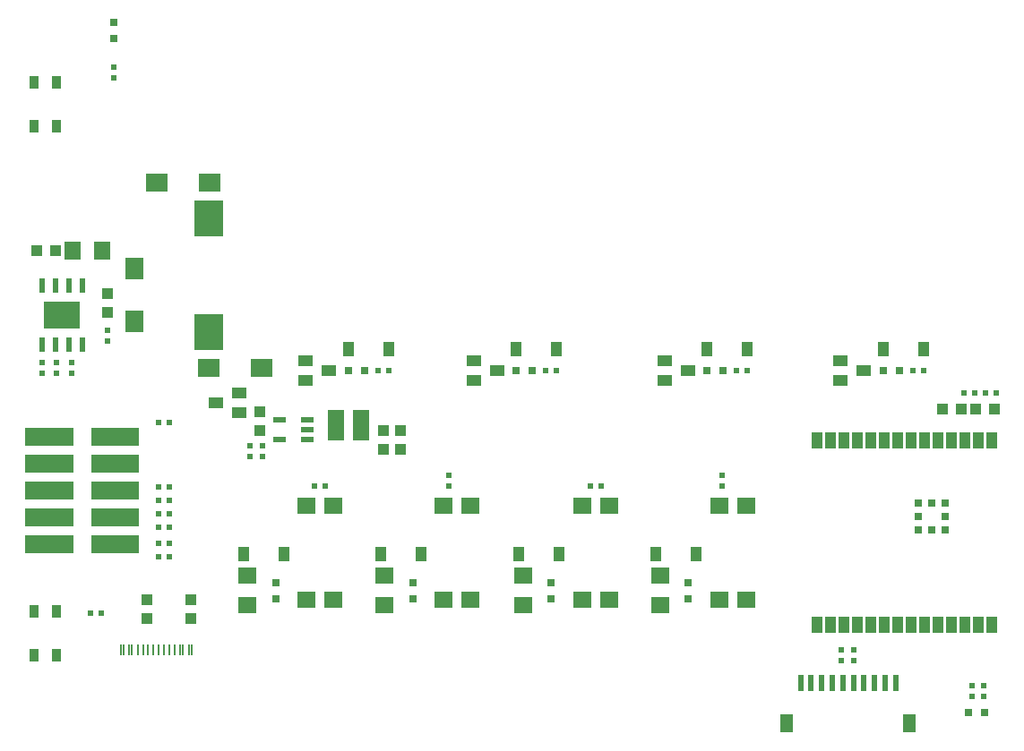
<source format=gbr>
G04 #@! TF.GenerationSoftware,KiCad,Pcbnew,5.1.0-rc2-unknown-036be7d~80~ubuntu16.04.1*
G04 #@! TF.CreationDate,2023-03-31T11:14:17+03:00*
G04 #@! TF.ProjectId,ESP32-C6-EVB_Rev_A,45535033-322d-4433-962d-4556425f5265,A*
G04 #@! TF.SameCoordinates,Original*
G04 #@! TF.FileFunction,Paste,Top*
G04 #@! TF.FilePolarity,Positive*
%FSLAX46Y46*%
G04 Gerber Fmt 4.6, Leading zero omitted, Abs format (unit mm)*
G04 Created by KiCad (PCBNEW 5.1.0-rc2-unknown-036be7d~80~ubuntu16.04.1) date 2023-03-31 11:14:17*
%MOMM*%
%LPD*%
G04 APERTURE LIST*
%ADD10R,0.800000X0.800000*%
%ADD11R,1.001600X1.601600*%
%ADD12R,1.200000X1.800000*%
%ADD13R,0.500000X1.550000*%
%ADD14R,0.500000X0.550000*%
%ADD15R,1.778000X1.524000*%
%ADD16R,1.016000X1.016000*%
%ADD17R,0.904000X1.304000*%
%ADD18R,0.550000X0.500000*%
%ADD19R,2.000000X1.700000*%
%ADD20R,1.000000X1.400000*%
%ADD21R,1.700000X2.000000*%
%ADD22R,1.400000X1.000000*%
%ADD23R,2.700000X3.400000*%
%ADD24R,1.600000X3.000000*%
%ADD25R,1.524000X1.778000*%
%ADD26R,3.500000X2.600000*%
%ADD27R,0.600000X1.400000*%
%ADD28R,1.200000X0.550000*%
%ADD29C,1.700000*%
%ADD30C,0.100000*%
%ADD31R,0.280000X1.130000*%
%ADD32R,0.230000X1.130000*%
G04 APERTURE END LIST*
D10*
X175040000Y-105250000D03*
X177540000Y-105250000D03*
X175040000Y-102750000D03*
X177540000Y-104000000D03*
D11*
X182010000Y-96750000D03*
X180740000Y-96750000D03*
X179470000Y-96750000D03*
X178200000Y-96750000D03*
X176930000Y-96750000D03*
X175660000Y-96750000D03*
X174390000Y-96750000D03*
X173120000Y-96750000D03*
X171850000Y-96750000D03*
X170580000Y-96750000D03*
X169310000Y-96750000D03*
X168040000Y-96750000D03*
X166770000Y-96750000D03*
X165500000Y-96750000D03*
X165500000Y-114250000D03*
X166770000Y-114250000D03*
X168040000Y-114250000D03*
X169310000Y-114250000D03*
X170580000Y-114250000D03*
X171850000Y-114250000D03*
X173120000Y-114250000D03*
X174390000Y-114250000D03*
X175660000Y-114250000D03*
X176930000Y-114250000D03*
X178200000Y-114250000D03*
X179470000Y-114250000D03*
X180740000Y-114250000D03*
X182010000Y-114250000D03*
D10*
X177540000Y-102750000D03*
X175040000Y-104000000D03*
X176290000Y-102750000D03*
X176290000Y-105250000D03*
D12*
X174200000Y-123575000D03*
X162600000Y-123575000D03*
D13*
X172900000Y-119700000D03*
X171900000Y-119700000D03*
X170900000Y-119700000D03*
X169900000Y-119700000D03*
X168900000Y-119700000D03*
X167900000Y-119700000D03*
X166900000Y-119700000D03*
X165900000Y-119700000D03*
X164900000Y-119700000D03*
X163900000Y-119700000D03*
D14*
X144018000Y-101092000D03*
X145034000Y-101092000D03*
D15*
X117221000Y-111887000D03*
X119761000Y-111887000D03*
X119761000Y-102997000D03*
X117221000Y-102997000D03*
D16*
X126111000Y-95885000D03*
X126111000Y-97663000D03*
X124460000Y-97663000D03*
X124460000Y-95885000D03*
D17*
X93575000Y-112925000D03*
X93575000Y-117075000D03*
X91425000Y-112925000D03*
X91425000Y-117075000D03*
D16*
X91694000Y-78867000D03*
X93472000Y-78867000D03*
X112776000Y-94107000D03*
X112776000Y-95885000D03*
X98425000Y-84709000D03*
X98425000Y-82931000D03*
D18*
X93599000Y-90424000D03*
X93599000Y-89408000D03*
D16*
X180467000Y-93853000D03*
X182245000Y-93853000D03*
D14*
X181356000Y-92329000D03*
X182372000Y-92329000D03*
D16*
X179070000Y-93853000D03*
X177292000Y-93853000D03*
D19*
X108037000Y-72390000D03*
X103037000Y-72390000D03*
D20*
X111257000Y-107569000D03*
X115057000Y-107569000D03*
X124211000Y-107569000D03*
X128011000Y-107569000D03*
X141092000Y-107569000D03*
X137292000Y-107569000D03*
X150246000Y-107569000D03*
X154046000Y-107569000D03*
D21*
X100965000Y-85558000D03*
X100965000Y-80558000D03*
D19*
X112990000Y-89916000D03*
X107990000Y-89916000D03*
D20*
X121163000Y-88138000D03*
X124963000Y-88138000D03*
X137038000Y-88138000D03*
X140838000Y-88138000D03*
X158872000Y-88138000D03*
X155072000Y-88138000D03*
X171709000Y-88138000D03*
X175509000Y-88138000D03*
D22*
X110835440Y-94167960D03*
X110835440Y-92265500D03*
X108625640Y-93220540D03*
D23*
X107950000Y-75803000D03*
X107950000Y-86503000D03*
D24*
X122358000Y-95377000D03*
X119958000Y-95377000D03*
D10*
X114300000Y-111760000D03*
X114300000Y-110236000D03*
X127254000Y-111760000D03*
X127254000Y-110236000D03*
X140335000Y-110236000D03*
X140335000Y-111760000D03*
X153289000Y-111760000D03*
X153289000Y-110236000D03*
X121158000Y-90170000D03*
X122682000Y-90170000D03*
X138557000Y-90170000D03*
X137033000Y-90170000D03*
X156591000Y-90170000D03*
X155067000Y-90170000D03*
X173228000Y-90170000D03*
X171704000Y-90170000D03*
D15*
X130175000Y-102997000D03*
X132715000Y-102997000D03*
X132715000Y-111887000D03*
X130175000Y-111887000D03*
X143256000Y-111887000D03*
X145796000Y-111887000D03*
X145796000Y-102997000D03*
X143256000Y-102997000D03*
X156210000Y-102997000D03*
X158750000Y-102997000D03*
X158750000Y-111887000D03*
X156210000Y-111887000D03*
D10*
X99000000Y-58762000D03*
X99000000Y-57238000D03*
D16*
X106299000Y-111887000D03*
X106299000Y-113665000D03*
X102108000Y-111887000D03*
X102108000Y-113665000D03*
D18*
X99000000Y-61492000D03*
X99000000Y-62508000D03*
D25*
X97917000Y-78867000D03*
X95123000Y-78867000D03*
D15*
X111633000Y-109601000D03*
X111633000Y-112395000D03*
X124587000Y-112395000D03*
X124587000Y-109601000D03*
X137668000Y-109601000D03*
X137668000Y-112395000D03*
X150622000Y-112395000D03*
X150622000Y-109601000D03*
D14*
X104267000Y-107823000D03*
X103251000Y-107823000D03*
X103251000Y-103759000D03*
X104267000Y-103759000D03*
X104267000Y-101219000D03*
X103251000Y-101219000D03*
D18*
X98425000Y-86360000D03*
X98425000Y-87376000D03*
X92202000Y-89408000D03*
X92202000Y-90424000D03*
D14*
X104267000Y-95123000D03*
X103251000Y-95123000D03*
X103251000Y-102489000D03*
X104267000Y-102489000D03*
X103251000Y-105029000D03*
X104267000Y-105029000D03*
D18*
X94996000Y-90424000D03*
X94996000Y-89408000D03*
D14*
X104267000Y-106553000D03*
X103251000Y-106553000D03*
D18*
X111887000Y-97282000D03*
X111887000Y-98298000D03*
X113030000Y-97282000D03*
X113030000Y-98298000D03*
D14*
X117983000Y-101092000D03*
X118999000Y-101092000D03*
D18*
X130683000Y-100076000D03*
X130683000Y-101092000D03*
X156464000Y-100076000D03*
X156464000Y-101092000D03*
D14*
X180340000Y-92329000D03*
X179324000Y-92329000D03*
D18*
X180086000Y-121031000D03*
X180086000Y-120015000D03*
X181229000Y-121031000D03*
X181229000Y-120015000D03*
D14*
X123952000Y-90170000D03*
X124968000Y-90170000D03*
X139827000Y-90170000D03*
X140843000Y-90170000D03*
X157861000Y-90170000D03*
X158877000Y-90170000D03*
X175514000Y-90170000D03*
X174498000Y-90170000D03*
X96774000Y-113157000D03*
X97790000Y-113157000D03*
D17*
X93575000Y-62925000D03*
X93575000Y-67075000D03*
X91425000Y-62925000D03*
X91425000Y-67075000D03*
D22*
X117129560Y-89220040D03*
X117129560Y-91122500D03*
X119339360Y-90167460D03*
X133004560Y-89220040D03*
X133004560Y-91122500D03*
X135214360Y-90167460D03*
X153248360Y-90167460D03*
X151038560Y-91122500D03*
X151038560Y-89220040D03*
X169885360Y-90167460D03*
X167675560Y-91122500D03*
X167675560Y-89220040D03*
D26*
X94107000Y-84963000D03*
D27*
X96012000Y-87763000D03*
X94742000Y-87763000D03*
X93472000Y-87763000D03*
X92202000Y-87763000D03*
X92202000Y-82163000D03*
X93472000Y-82163000D03*
X94742000Y-82163000D03*
X96012000Y-82163000D03*
D28*
X117251000Y-96708000D03*
X117251000Y-95758000D03*
X117251000Y-94808000D03*
X114651000Y-96708000D03*
X114651000Y-94808000D03*
D29*
X92875000Y-101500000D03*
D30*
G36*
X95150000Y-102350000D02*
G01*
X90600000Y-102350000D01*
X90600000Y-100650000D01*
X95150000Y-100650000D01*
X95150000Y-102350000D01*
X95150000Y-102350000D01*
G37*
D29*
X92875000Y-104040000D03*
D30*
G36*
X95150000Y-104890000D02*
G01*
X90600000Y-104890000D01*
X90600000Y-103190000D01*
X95150000Y-103190000D01*
X95150000Y-104890000D01*
X95150000Y-104890000D01*
G37*
D29*
X92875000Y-106580000D03*
D30*
G36*
X95150000Y-107430000D02*
G01*
X90600000Y-107430000D01*
X90600000Y-105730000D01*
X95150000Y-105730000D01*
X95150000Y-107430000D01*
X95150000Y-107430000D01*
G37*
D29*
X92875000Y-98960000D03*
D30*
G36*
X95150000Y-99810000D02*
G01*
X90600000Y-99810000D01*
X90600000Y-98110000D01*
X95150000Y-98110000D01*
X95150000Y-99810000D01*
X95150000Y-99810000D01*
G37*
D29*
X92875000Y-96420000D03*
D30*
G36*
X95150000Y-97270000D02*
G01*
X90600000Y-97270000D01*
X90600000Y-95570000D01*
X95150000Y-95570000D01*
X95150000Y-97270000D01*
X95150000Y-97270000D01*
G37*
D29*
X99125000Y-96420000D03*
D30*
G36*
X101400000Y-97270000D02*
G01*
X96850000Y-97270000D01*
X96850000Y-95570000D01*
X101400000Y-95570000D01*
X101400000Y-97270000D01*
X101400000Y-97270000D01*
G37*
D29*
X99125000Y-98960000D03*
D30*
G36*
X101400000Y-99810000D02*
G01*
X96850000Y-99810000D01*
X96850000Y-98110000D01*
X101400000Y-98110000D01*
X101400000Y-99810000D01*
X101400000Y-99810000D01*
G37*
D29*
X99125000Y-101500000D03*
D30*
G36*
X101400000Y-102350000D02*
G01*
X96850000Y-102350000D01*
X96850000Y-100650000D01*
X101400000Y-100650000D01*
X101400000Y-102350000D01*
X101400000Y-102350000D01*
G37*
D29*
X99125000Y-104040000D03*
D30*
G36*
X101400000Y-104890000D02*
G01*
X96850000Y-104890000D01*
X96850000Y-103190000D01*
X101400000Y-103190000D01*
X101400000Y-104890000D01*
X101400000Y-104890000D01*
G37*
D29*
X99125000Y-106580000D03*
D30*
G36*
X101400000Y-107430000D02*
G01*
X96850000Y-107430000D01*
X96850000Y-105730000D01*
X101400000Y-105730000D01*
X101400000Y-107430000D01*
X101400000Y-107430000D01*
G37*
D31*
X106325000Y-116568000D03*
X99675000Y-116568000D03*
X106075000Y-116568000D03*
X99925000Y-116568000D03*
X105525000Y-116568000D03*
X100475000Y-116568000D03*
X105275000Y-116568000D03*
X100725000Y-116568000D03*
D32*
X102750000Y-116568000D03*
X103750000Y-116568000D03*
X104250000Y-116568000D03*
X103250000Y-116568000D03*
X104750000Y-116568000D03*
X102250000Y-116568000D03*
X101750000Y-116568000D03*
X101250000Y-116568000D03*
D10*
X179738000Y-122500000D03*
X181262000Y-122500000D03*
D18*
X167767000Y-116586000D03*
X167767000Y-117602000D03*
X168910000Y-117602000D03*
X168910000Y-116586000D03*
M02*

</source>
